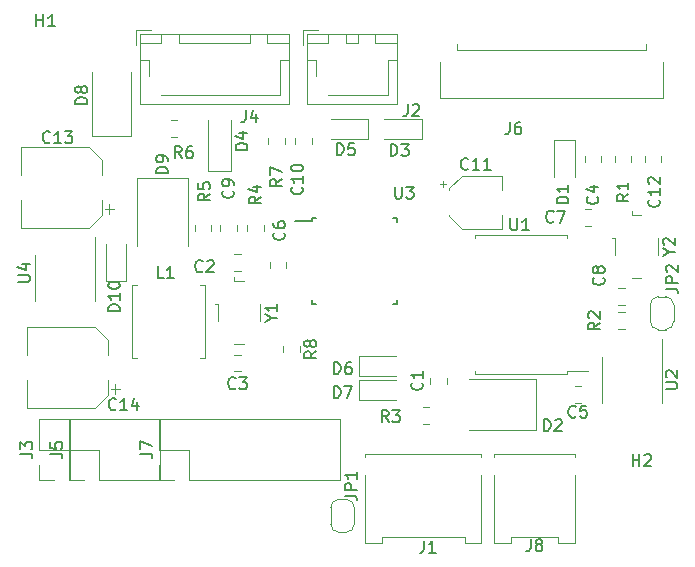
<source format=gbr>
%TF.GenerationSoftware,KiCad,Pcbnew,(5.1.6-0-10_14)*%
%TF.CreationDate,2021-05-10T19:53:14+02:00*%
%TF.ProjectId,CAN_Display,43414e5f-4469-4737-906c-61792e6b6963,rev?*%
%TF.SameCoordinates,Original*%
%TF.FileFunction,Legend,Top*%
%TF.FilePolarity,Positive*%
%FSLAX46Y46*%
G04 Gerber Fmt 4.6, Leading zero omitted, Abs format (unit mm)*
G04 Created by KiCad (PCBNEW (5.1.6-0-10_14)) date 2021-05-10 19:53:14*
%MOMM*%
%LPD*%
G01*
G04 APERTURE LIST*
%ADD10C,0.120000*%
%ADD11C,0.150000*%
G04 APERTURE END LIST*
D10*
%TO.C,J5*%
X132782000Y-115630000D02*
X132782000Y-114300000D01*
X134112000Y-115630000D02*
X132782000Y-115630000D01*
X132782000Y-113030000D02*
X132782000Y-110430000D01*
X135382000Y-113030000D02*
X132782000Y-113030000D01*
X135382000Y-115630000D02*
X135382000Y-113030000D01*
X132782000Y-110430000D02*
X140522000Y-110430000D01*
X135382000Y-115630000D02*
X140522000Y-115630000D01*
X140522000Y-115630000D02*
X140522000Y-110430000D01*
%TO.C,J2*%
X152638000Y-77514000D02*
X152638000Y-78764000D01*
X153888000Y-77514000D02*
X152638000Y-77514000D01*
X159788000Y-83014000D02*
X156738000Y-83014000D01*
X159788000Y-80064000D02*
X159788000Y-83014000D01*
X160538000Y-80064000D02*
X159788000Y-80064000D01*
X156738000Y-83014000D02*
X154748000Y-83014000D01*
X153688000Y-80064000D02*
X153688000Y-81404000D01*
X152938000Y-80064000D02*
X153688000Y-80064000D01*
X160538000Y-77814000D02*
X158738000Y-77814000D01*
X160538000Y-78564000D02*
X160538000Y-77814000D01*
X158738000Y-78564000D02*
X160538000Y-78564000D01*
X158738000Y-77814000D02*
X158738000Y-78564000D01*
X154738000Y-77814000D02*
X152938000Y-77814000D01*
X154738000Y-78564000D02*
X154738000Y-77814000D01*
X152938000Y-78564000D02*
X154738000Y-78564000D01*
X152938000Y-77814000D02*
X152938000Y-78564000D01*
X157238000Y-77814000D02*
X156238000Y-77814000D01*
X157238000Y-78564000D02*
X157238000Y-77814000D01*
X156238000Y-78564000D02*
X157238000Y-78564000D01*
X156238000Y-77814000D02*
X156238000Y-78564000D01*
X160548000Y-77804000D02*
X152928000Y-77804000D01*
X160548000Y-83774000D02*
X160548000Y-77804000D01*
X152928000Y-83774000D02*
X160548000Y-83774000D01*
X152928000Y-77804000D02*
X152928000Y-83774000D01*
%TO.C,J4*%
X138494000Y-77514000D02*
X138494000Y-78764000D01*
X139744000Y-77514000D02*
X138494000Y-77514000D01*
X150644000Y-83014000D02*
X145094000Y-83014000D01*
X150644000Y-80064000D02*
X150644000Y-83014000D01*
X151394000Y-80064000D02*
X150644000Y-80064000D01*
X145094000Y-83014000D02*
X140604000Y-83014000D01*
X139544000Y-80064000D02*
X139544000Y-81404000D01*
X138794000Y-80064000D02*
X139544000Y-80064000D01*
X151394000Y-77814000D02*
X149594000Y-77814000D01*
X151394000Y-78564000D02*
X151394000Y-77814000D01*
X149594000Y-78564000D02*
X151394000Y-78564000D01*
X149594000Y-77814000D02*
X149594000Y-78564000D01*
X140594000Y-77814000D02*
X138794000Y-77814000D01*
X140594000Y-78564000D02*
X140594000Y-77814000D01*
X138794000Y-78564000D02*
X140594000Y-78564000D01*
X138794000Y-77814000D02*
X138794000Y-78564000D01*
X148094000Y-77814000D02*
X142094000Y-77814000D01*
X148094000Y-78564000D02*
X148094000Y-77814000D01*
X142094000Y-78564000D02*
X148094000Y-78564000D01*
X142094000Y-77814000D02*
X142094000Y-78564000D01*
X151404000Y-77804000D02*
X138784000Y-77804000D01*
X151404000Y-83774000D02*
X151404000Y-77804000D01*
X138784000Y-83774000D02*
X151404000Y-83774000D01*
X138784000Y-77804000D02*
X138784000Y-83774000D01*
%TO.C,J3*%
X130242000Y-115630000D02*
X130242000Y-114300000D01*
X131572000Y-115630000D02*
X130242000Y-115630000D01*
X130242000Y-113030000D02*
X130242000Y-110430000D01*
X132842000Y-113030000D02*
X130242000Y-113030000D01*
X132842000Y-115630000D02*
X132842000Y-113030000D01*
X130242000Y-110430000D02*
X132902000Y-110430000D01*
X132842000Y-115630000D02*
X132902000Y-115630000D01*
X132902000Y-115630000D02*
X132902000Y-110430000D01*
%TO.C,J6*%
X181655000Y-78700000D02*
X181635000Y-78700000D01*
X181655000Y-79200000D02*
X181655000Y-78700000D01*
X165625000Y-79200000D02*
X181655000Y-79200000D01*
X165625000Y-78700000D02*
X165625000Y-79200000D01*
X165645000Y-78700000D02*
X165625000Y-78700000D01*
X183075000Y-83290000D02*
X183075000Y-80215000D01*
X164205000Y-83290000D02*
X183075000Y-83290000D01*
X164205000Y-80215000D02*
X164205000Y-83290000D01*
%TO.C,J7*%
X140402000Y-115630000D02*
X140402000Y-114300000D01*
X141732000Y-115630000D02*
X140402000Y-115630000D01*
X140402000Y-113030000D02*
X140402000Y-110430000D01*
X143002000Y-113030000D02*
X140402000Y-113030000D01*
X143002000Y-115630000D02*
X143002000Y-113030000D01*
X140402000Y-110430000D02*
X155762000Y-110430000D01*
X143002000Y-115630000D02*
X155762000Y-115630000D01*
X155762000Y-115630000D02*
X155762000Y-110430000D01*
%TO.C,U1*%
X174929000Y-106351000D02*
X176744000Y-106351000D01*
X174929000Y-106596000D02*
X174929000Y-106351000D01*
X171069000Y-106596000D02*
X174929000Y-106596000D01*
X167209000Y-106596000D02*
X167209000Y-106351000D01*
X171069000Y-106596000D02*
X167209000Y-106596000D01*
X174929000Y-94826000D02*
X174929000Y-95071000D01*
X171069000Y-94826000D02*
X174929000Y-94826000D01*
X167209000Y-94826000D02*
X167209000Y-95071000D01*
X171069000Y-94826000D02*
X167209000Y-94826000D01*
%TO.C,D2*%
X172342000Y-111370000D02*
X172342000Y-107070000D01*
X172342000Y-107070000D02*
X166642000Y-107070000D01*
X172342000Y-111370000D02*
X166642000Y-111370000D01*
%TO.C,D8*%
X134748000Y-86426000D02*
X138048000Y-86426000D01*
X138048000Y-86426000D02*
X138048000Y-81026000D01*
X134748000Y-86426000D02*
X134748000Y-81026000D01*
%TO.C,J8*%
X175647000Y-113664000D02*
X175647000Y-113354000D01*
X175647000Y-113354000D02*
X168777000Y-113354000D01*
X168777000Y-113354000D02*
X168777000Y-113664000D01*
X175647000Y-115184000D02*
X175647000Y-120944000D01*
X175647000Y-120944000D02*
X174227000Y-120944000D01*
X174227000Y-120944000D02*
X174227000Y-120444000D01*
X174227000Y-120444000D02*
X170197000Y-120444000D01*
X170197000Y-120444000D02*
X170197000Y-120944000D01*
X170197000Y-120944000D02*
X168777000Y-120944000D01*
X168777000Y-120944000D02*
X168777000Y-115184000D01*
%TO.C,D7*%
X157378000Y-107100000D02*
X160528000Y-107100000D01*
X157378000Y-108800000D02*
X160528000Y-108800000D01*
X157378000Y-107100000D02*
X157378000Y-108800000D01*
%TO.C,D6*%
X157378000Y-105068000D02*
X160528000Y-105068000D01*
X157378000Y-106768000D02*
X160528000Y-106768000D01*
X157378000Y-105068000D02*
X157378000Y-106768000D01*
%TO.C,D5*%
X158130000Y-86702000D02*
X154980000Y-86702000D01*
X158130000Y-85002000D02*
X154980000Y-85002000D01*
X158130000Y-86702000D02*
X158130000Y-85002000D01*
%TO.C,D3*%
X162662000Y-86702000D02*
X159512000Y-86702000D01*
X162662000Y-85002000D02*
X159512000Y-85002000D01*
X162662000Y-86702000D02*
X162662000Y-85002000D01*
%TO.C,D1*%
X175602000Y-86766000D02*
X175602000Y-89916000D01*
X173902000Y-86766000D02*
X173902000Y-89916000D01*
X175602000Y-86766000D02*
X173902000Y-86766000D01*
%TO.C,D10*%
X135929000Y-98781000D02*
X135929000Y-95631000D01*
X137629000Y-98781000D02*
X137629000Y-95631000D01*
X135929000Y-98781000D02*
X137629000Y-98781000D01*
%TO.C,Y2*%
X179041000Y-95130000D02*
X178801000Y-95130000D01*
X179041000Y-96530000D02*
X179041000Y-95130000D01*
X182641000Y-95130000D02*
X182641000Y-96530000D01*
X181241000Y-98530000D02*
X180441000Y-98530000D01*
X180441000Y-93130000D02*
X181241000Y-93130000D01*
X180441000Y-92830000D02*
X180441000Y-93130000D01*
%TO.C,Y1*%
X145386000Y-100718000D02*
X145146000Y-100718000D01*
X145386000Y-102118000D02*
X145386000Y-100718000D01*
X148986000Y-100718000D02*
X148986000Y-102118000D01*
X147586000Y-104118000D02*
X146786000Y-104118000D01*
X146786000Y-98718000D02*
X147586000Y-98718000D01*
X146786000Y-98418000D02*
X146786000Y-98718000D01*
%TO.C,JP1*%
X155656000Y-117218000D02*
X156256000Y-117218000D01*
X154956000Y-119318000D02*
X154956000Y-117918000D01*
X156256000Y-120018000D02*
X155656000Y-120018000D01*
X156956000Y-117918000D02*
X156956000Y-119318000D01*
X156256000Y-117218000D02*
G75*
G02*
X156956000Y-117918000I0J-700000D01*
G01*
X154956000Y-117918000D02*
G75*
G02*
X155656000Y-117218000I700000J0D01*
G01*
X155656000Y-120018000D02*
G75*
G02*
X154956000Y-119318000I0J700000D01*
G01*
X156956000Y-119318000D02*
G75*
G02*
X156256000Y-120018000I-700000J0D01*
G01*
%TO.C,R7*%
X149658000Y-87138252D02*
X149658000Y-86615748D01*
X151078000Y-87138252D02*
X151078000Y-86615748D01*
%TO.C,R6*%
X141984252Y-86562000D02*
X141461748Y-86562000D01*
X141984252Y-85142000D02*
X141461748Y-85142000D01*
%TO.C,D4*%
X144542000Y-85146000D02*
X144542000Y-89446000D01*
X144542000Y-89446000D02*
X146542000Y-89446000D01*
X146542000Y-89446000D02*
X146542000Y-85146000D01*
%TO.C,C11*%
X169497000Y-94335000D02*
X169497000Y-93135000D01*
X169497000Y-89815000D02*
X169497000Y-91015000D01*
X166041437Y-89815000D02*
X169497000Y-89815000D01*
X166041437Y-94335000D02*
X169497000Y-94335000D01*
X164977000Y-93270563D02*
X164977000Y-93135000D01*
X164977000Y-90879437D02*
X164977000Y-91015000D01*
X164977000Y-90879437D02*
X166041437Y-89815000D01*
X164977000Y-93270563D02*
X166041437Y-94335000D01*
X164237000Y-90515000D02*
X164737000Y-90515000D01*
X164487000Y-90265000D02*
X164487000Y-90765000D01*
%TO.C,C10*%
X151944000Y-87120252D02*
X151944000Y-86597748D01*
X153364000Y-87120252D02*
X153364000Y-86597748D01*
%TO.C,U4*%
X135021000Y-98490000D02*
X135021000Y-95040000D01*
X135021000Y-98490000D02*
X135021000Y-100440000D01*
X129901000Y-98490000D02*
X129901000Y-96540000D01*
X129901000Y-98490000D02*
X129901000Y-100440000D01*
%TO.C,L1*%
X144324000Y-99092000D02*
X143874000Y-99092000D01*
X138124000Y-99092000D02*
X138574000Y-99092000D01*
X138124000Y-105292000D02*
X138574000Y-105292000D01*
X138124000Y-105292000D02*
X138124000Y-99092000D01*
X144324000Y-105292000D02*
X143874000Y-105292000D01*
X144324000Y-99092000D02*
X144324000Y-105292000D01*
%TO.C,D9*%
X142866000Y-90058000D02*
X142866000Y-95758000D01*
X138566000Y-90058000D02*
X138566000Y-95758000D01*
X142866000Y-90058000D02*
X138566000Y-90058000D01*
%TO.C,C14*%
X136725750Y-108286250D02*
X136725750Y-107498750D01*
X137119500Y-107892500D02*
X136332000Y-107892500D01*
X136092000Y-103699437D02*
X135027563Y-102635000D01*
X136092000Y-108390563D02*
X135027563Y-109455000D01*
X136092000Y-108390563D02*
X136092000Y-107105000D01*
X136092000Y-103699437D02*
X136092000Y-104985000D01*
X135027563Y-102635000D02*
X129272000Y-102635000D01*
X135027563Y-109455000D02*
X129272000Y-109455000D01*
X129272000Y-109455000D02*
X129272000Y-107105000D01*
X129272000Y-102635000D02*
X129272000Y-104985000D01*
%TO.C,C13*%
X136217750Y-93046250D02*
X136217750Y-92258750D01*
X136611500Y-92652500D02*
X135824000Y-92652500D01*
X135584000Y-88459437D02*
X134519563Y-87395000D01*
X135584000Y-93150563D02*
X134519563Y-94215000D01*
X135584000Y-93150563D02*
X135584000Y-91865000D01*
X135584000Y-88459437D02*
X135584000Y-89745000D01*
X134519563Y-87395000D02*
X128764000Y-87395000D01*
X134519563Y-94215000D02*
X128764000Y-94215000D01*
X128764000Y-94215000D02*
X128764000Y-91865000D01*
X128764000Y-87395000D02*
X128764000Y-89745000D01*
%TO.C,C4*%
X176455000Y-88121748D02*
X176455000Y-88644252D01*
X177875000Y-88121748D02*
X177875000Y-88644252D01*
%TO.C,R5*%
X143435000Y-93963748D02*
X143435000Y-94486252D01*
X144855000Y-93963748D02*
X144855000Y-94486252D01*
%TO.C,R4*%
X147880000Y-93963748D02*
X147880000Y-94486252D01*
X149300000Y-93963748D02*
X149300000Y-94486252D01*
%TO.C,C9*%
X147014000Y-94486252D02*
X147014000Y-93963748D01*
X145594000Y-94486252D02*
X145594000Y-93963748D01*
%TO.C,U2*%
X177907000Y-107123000D02*
X177907000Y-109073000D01*
X177907000Y-107123000D02*
X177907000Y-105173000D01*
X183027000Y-107123000D02*
X183027000Y-109073000D01*
X183027000Y-107123000D02*
X183027000Y-103673000D01*
%TO.C,R3*%
X163320252Y-110819000D02*
X162797748Y-110819000D01*
X163320252Y-109399000D02*
X162797748Y-109399000D01*
%TO.C,J1*%
X157855000Y-120944000D02*
X157855000Y-115184000D01*
X159275000Y-120944000D02*
X157855000Y-120944000D01*
X159275000Y-120444000D02*
X159275000Y-120944000D01*
X166305000Y-120444000D02*
X159275000Y-120444000D01*
X166305000Y-120944000D02*
X166305000Y-120444000D01*
X167725000Y-120944000D02*
X166305000Y-120944000D01*
X167725000Y-115184000D02*
X167725000Y-120944000D01*
X157855000Y-113354000D02*
X157855000Y-113664000D01*
X167725000Y-113354000D02*
X157855000Y-113354000D01*
X167725000Y-113664000D02*
X167725000Y-113354000D01*
%TO.C,R8*%
X150928000Y-104268748D02*
X150928000Y-104791252D01*
X152348000Y-104268748D02*
X152348000Y-104791252D01*
D11*
%TO.C,U3*%
X153347000Y-93628000D02*
X151922000Y-93628000D01*
X160597000Y-93403000D02*
X160272000Y-93403000D01*
X160597000Y-100653000D02*
X160272000Y-100653000D01*
X153347000Y-100653000D02*
X153672000Y-100653000D01*
X153347000Y-93403000D02*
X153672000Y-93403000D01*
X153347000Y-100653000D02*
X153347000Y-100328000D01*
X160597000Y-100653000D02*
X160597000Y-100328000D01*
X160597000Y-93403000D02*
X160597000Y-93728000D01*
X153347000Y-93403000D02*
X153347000Y-93628000D01*
D10*
%TO.C,C5*%
X175624748Y-107621000D02*
X176147252Y-107621000D01*
X175624748Y-109041000D02*
X176147252Y-109041000D01*
%TO.C,C1*%
X163374000Y-107458252D02*
X163374000Y-106935748D01*
X164794000Y-107458252D02*
X164794000Y-106935748D01*
%TO.C,C6*%
X149785000Y-97661252D02*
X149785000Y-97138748D01*
X151205000Y-97661252D02*
X151205000Y-97138748D01*
%TO.C,C12*%
X182955000Y-88139748D02*
X182955000Y-88662252D01*
X181535000Y-88139748D02*
X181535000Y-88662252D01*
%TO.C,R2*%
X179848252Y-102818000D02*
X179325748Y-102818000D01*
X179848252Y-101398000D02*
X179325748Y-101398000D01*
%TO.C,R1*%
X180415000Y-88139748D02*
X180415000Y-88662252D01*
X178995000Y-88139748D02*
X178995000Y-88662252D01*
%TO.C,JP2*%
X182707000Y-100058000D02*
X183307000Y-100058000D01*
X182007000Y-102158000D02*
X182007000Y-100758000D01*
X183307000Y-102858000D02*
X182707000Y-102858000D01*
X184007000Y-100758000D02*
X184007000Y-102158000D01*
X183307000Y-100058000D02*
G75*
G02*
X184007000Y-100758000I0J-700000D01*
G01*
X182007000Y-100758000D02*
G75*
G02*
X182707000Y-100058000I700000J0D01*
G01*
X182707000Y-102858000D02*
G75*
G02*
X182007000Y-102158000I0J700000D01*
G01*
X184007000Y-102158000D02*
G75*
G02*
X183307000Y-102858000I-700000J0D01*
G01*
%TO.C,C8*%
X179848252Y-100786000D02*
X179325748Y-100786000D01*
X179848252Y-99366000D02*
X179325748Y-99366000D01*
%TO.C,C7*%
X177036252Y-94055000D02*
X176513748Y-94055000D01*
X177036252Y-92635000D02*
X176513748Y-92635000D01*
%TO.C,C3*%
X146813748Y-104972000D02*
X147336252Y-104972000D01*
X146813748Y-106392000D02*
X147336252Y-106392000D01*
%TO.C,C2*%
X147336252Y-97865000D02*
X146813748Y-97865000D01*
X147336252Y-96445000D02*
X146813748Y-96445000D01*
%TO.C,J5*%
D11*
X131234380Y-113363333D02*
X131948666Y-113363333D01*
X132091523Y-113410952D01*
X132186761Y-113506190D01*
X132234380Y-113649047D01*
X132234380Y-113744285D01*
X131234380Y-112410952D02*
X131234380Y-112887142D01*
X131710571Y-112934761D01*
X131662952Y-112887142D01*
X131615333Y-112791904D01*
X131615333Y-112553809D01*
X131662952Y-112458571D01*
X131710571Y-112410952D01*
X131805809Y-112363333D01*
X132043904Y-112363333D01*
X132139142Y-112410952D01*
X132186761Y-112458571D01*
X132234380Y-112553809D01*
X132234380Y-112791904D01*
X132186761Y-112887142D01*
X132139142Y-112934761D01*
%TO.C,J2*%
X161464666Y-83780380D02*
X161464666Y-84494666D01*
X161417047Y-84637523D01*
X161321809Y-84732761D01*
X161178952Y-84780380D01*
X161083714Y-84780380D01*
X161893238Y-83875619D02*
X161940857Y-83828000D01*
X162036095Y-83780380D01*
X162274190Y-83780380D01*
X162369428Y-83828000D01*
X162417047Y-83875619D01*
X162464666Y-83970857D01*
X162464666Y-84066095D01*
X162417047Y-84208952D01*
X161845619Y-84780380D01*
X162464666Y-84780380D01*
%TO.C,J4*%
X147748666Y-84288380D02*
X147748666Y-85002666D01*
X147701047Y-85145523D01*
X147605809Y-85240761D01*
X147462952Y-85288380D01*
X147367714Y-85288380D01*
X148653428Y-84621714D02*
X148653428Y-85288380D01*
X148415333Y-84240761D02*
X148177238Y-84955047D01*
X148796285Y-84955047D01*
%TO.C,J3*%
X128694380Y-113363333D02*
X129408666Y-113363333D01*
X129551523Y-113410952D01*
X129646761Y-113506190D01*
X129694380Y-113649047D01*
X129694380Y-113744285D01*
X128694380Y-112982380D02*
X128694380Y-112363333D01*
X129075333Y-112696666D01*
X129075333Y-112553809D01*
X129122952Y-112458571D01*
X129170571Y-112410952D01*
X129265809Y-112363333D01*
X129503904Y-112363333D01*
X129599142Y-112410952D01*
X129646761Y-112458571D01*
X129694380Y-112553809D01*
X129694380Y-112839523D01*
X129646761Y-112934761D01*
X129599142Y-112982380D01*
%TO.C,J6*%
X170100666Y-85304380D02*
X170100666Y-86018666D01*
X170053047Y-86161523D01*
X169957809Y-86256761D01*
X169814952Y-86304380D01*
X169719714Y-86304380D01*
X171005428Y-85304380D02*
X170814952Y-85304380D01*
X170719714Y-85352000D01*
X170672095Y-85399619D01*
X170576857Y-85542476D01*
X170529238Y-85732952D01*
X170529238Y-86113904D01*
X170576857Y-86209142D01*
X170624476Y-86256761D01*
X170719714Y-86304380D01*
X170910190Y-86304380D01*
X171005428Y-86256761D01*
X171053047Y-86209142D01*
X171100666Y-86113904D01*
X171100666Y-85875809D01*
X171053047Y-85780571D01*
X171005428Y-85732952D01*
X170910190Y-85685333D01*
X170719714Y-85685333D01*
X170624476Y-85732952D01*
X170576857Y-85780571D01*
X170529238Y-85875809D01*
%TO.C,J7*%
X138854380Y-113363333D02*
X139568666Y-113363333D01*
X139711523Y-113410952D01*
X139806761Y-113506190D01*
X139854380Y-113649047D01*
X139854380Y-113744285D01*
X138854380Y-112982380D02*
X138854380Y-112315714D01*
X139854380Y-112744285D01*
%TO.C,U1*%
X170180095Y-93432380D02*
X170180095Y-94241904D01*
X170227714Y-94337142D01*
X170275333Y-94384761D01*
X170370571Y-94432380D01*
X170561047Y-94432380D01*
X170656285Y-94384761D01*
X170703904Y-94337142D01*
X170751523Y-94241904D01*
X170751523Y-93432380D01*
X171751523Y-94432380D02*
X171180095Y-94432380D01*
X171465809Y-94432380D02*
X171465809Y-93432380D01*
X171370571Y-93575238D01*
X171275333Y-93670476D01*
X171180095Y-93718095D01*
%TO.C,D2*%
X172997904Y-111450380D02*
X172997904Y-110450380D01*
X173236000Y-110450380D01*
X173378857Y-110498000D01*
X173474095Y-110593238D01*
X173521714Y-110688476D01*
X173569333Y-110878952D01*
X173569333Y-111021809D01*
X173521714Y-111212285D01*
X173474095Y-111307523D01*
X173378857Y-111402761D01*
X173236000Y-111450380D01*
X172997904Y-111450380D01*
X173950285Y-110545619D02*
X173997904Y-110498000D01*
X174093142Y-110450380D01*
X174331238Y-110450380D01*
X174426476Y-110498000D01*
X174474095Y-110545619D01*
X174521714Y-110640857D01*
X174521714Y-110736095D01*
X174474095Y-110878952D01*
X173902666Y-111450380D01*
X174521714Y-111450380D01*
%TO.C,D8*%
X134350380Y-83764095D02*
X133350380Y-83764095D01*
X133350380Y-83526000D01*
X133398000Y-83383142D01*
X133493238Y-83287904D01*
X133588476Y-83240285D01*
X133778952Y-83192666D01*
X133921809Y-83192666D01*
X134112285Y-83240285D01*
X134207523Y-83287904D01*
X134302761Y-83383142D01*
X134350380Y-83526000D01*
X134350380Y-83764095D01*
X133778952Y-82621238D02*
X133731333Y-82716476D01*
X133683714Y-82764095D01*
X133588476Y-82811714D01*
X133540857Y-82811714D01*
X133445619Y-82764095D01*
X133398000Y-82716476D01*
X133350380Y-82621238D01*
X133350380Y-82430761D01*
X133398000Y-82335523D01*
X133445619Y-82287904D01*
X133540857Y-82240285D01*
X133588476Y-82240285D01*
X133683714Y-82287904D01*
X133731333Y-82335523D01*
X133778952Y-82430761D01*
X133778952Y-82621238D01*
X133826571Y-82716476D01*
X133874190Y-82764095D01*
X133969428Y-82811714D01*
X134159904Y-82811714D01*
X134255142Y-82764095D01*
X134302761Y-82716476D01*
X134350380Y-82621238D01*
X134350380Y-82430761D01*
X134302761Y-82335523D01*
X134255142Y-82287904D01*
X134159904Y-82240285D01*
X133969428Y-82240285D01*
X133874190Y-82287904D01*
X133826571Y-82335523D01*
X133778952Y-82430761D01*
%TO.C,J8*%
X171878666Y-120610380D02*
X171878666Y-121324666D01*
X171831047Y-121467523D01*
X171735809Y-121562761D01*
X171592952Y-121610380D01*
X171497714Y-121610380D01*
X172497714Y-121038952D02*
X172402476Y-120991333D01*
X172354857Y-120943714D01*
X172307238Y-120848476D01*
X172307238Y-120800857D01*
X172354857Y-120705619D01*
X172402476Y-120658000D01*
X172497714Y-120610380D01*
X172688190Y-120610380D01*
X172783428Y-120658000D01*
X172831047Y-120705619D01*
X172878666Y-120800857D01*
X172878666Y-120848476D01*
X172831047Y-120943714D01*
X172783428Y-120991333D01*
X172688190Y-121038952D01*
X172497714Y-121038952D01*
X172402476Y-121086571D01*
X172354857Y-121134190D01*
X172307238Y-121229428D01*
X172307238Y-121419904D01*
X172354857Y-121515142D01*
X172402476Y-121562761D01*
X172497714Y-121610380D01*
X172688190Y-121610380D01*
X172783428Y-121562761D01*
X172831047Y-121515142D01*
X172878666Y-121419904D01*
X172878666Y-121229428D01*
X172831047Y-121134190D01*
X172783428Y-121086571D01*
X172688190Y-121038952D01*
%TO.C,D7*%
X155217904Y-108656380D02*
X155217904Y-107656380D01*
X155456000Y-107656380D01*
X155598857Y-107704000D01*
X155694095Y-107799238D01*
X155741714Y-107894476D01*
X155789333Y-108084952D01*
X155789333Y-108227809D01*
X155741714Y-108418285D01*
X155694095Y-108513523D01*
X155598857Y-108608761D01*
X155456000Y-108656380D01*
X155217904Y-108656380D01*
X156122666Y-107656380D02*
X156789333Y-107656380D01*
X156360761Y-108656380D01*
%TO.C,D6*%
X155217904Y-106624380D02*
X155217904Y-105624380D01*
X155456000Y-105624380D01*
X155598857Y-105672000D01*
X155694095Y-105767238D01*
X155741714Y-105862476D01*
X155789333Y-106052952D01*
X155789333Y-106195809D01*
X155741714Y-106386285D01*
X155694095Y-106481523D01*
X155598857Y-106576761D01*
X155456000Y-106624380D01*
X155217904Y-106624380D01*
X156646476Y-105624380D02*
X156456000Y-105624380D01*
X156360761Y-105672000D01*
X156313142Y-105719619D01*
X156217904Y-105862476D01*
X156170285Y-106052952D01*
X156170285Y-106433904D01*
X156217904Y-106529142D01*
X156265523Y-106576761D01*
X156360761Y-106624380D01*
X156551238Y-106624380D01*
X156646476Y-106576761D01*
X156694095Y-106529142D01*
X156741714Y-106433904D01*
X156741714Y-106195809D01*
X156694095Y-106100571D01*
X156646476Y-106052952D01*
X156551238Y-106005333D01*
X156360761Y-106005333D01*
X156265523Y-106052952D01*
X156217904Y-106100571D01*
X156170285Y-106195809D01*
%TO.C,D5*%
X155471904Y-88082380D02*
X155471904Y-87082380D01*
X155710000Y-87082380D01*
X155852857Y-87130000D01*
X155948095Y-87225238D01*
X155995714Y-87320476D01*
X156043333Y-87510952D01*
X156043333Y-87653809D01*
X155995714Y-87844285D01*
X155948095Y-87939523D01*
X155852857Y-88034761D01*
X155710000Y-88082380D01*
X155471904Y-88082380D01*
X156948095Y-87082380D02*
X156471904Y-87082380D01*
X156424285Y-87558571D01*
X156471904Y-87510952D01*
X156567142Y-87463333D01*
X156805238Y-87463333D01*
X156900476Y-87510952D01*
X156948095Y-87558571D01*
X156995714Y-87653809D01*
X156995714Y-87891904D01*
X156948095Y-87987142D01*
X156900476Y-88034761D01*
X156805238Y-88082380D01*
X156567142Y-88082380D01*
X156471904Y-88034761D01*
X156424285Y-87987142D01*
%TO.C,D3*%
X160023904Y-88154380D02*
X160023904Y-87154380D01*
X160262000Y-87154380D01*
X160404857Y-87202000D01*
X160500095Y-87297238D01*
X160547714Y-87392476D01*
X160595333Y-87582952D01*
X160595333Y-87725809D01*
X160547714Y-87916285D01*
X160500095Y-88011523D01*
X160404857Y-88106761D01*
X160262000Y-88154380D01*
X160023904Y-88154380D01*
X160928666Y-87154380D02*
X161547714Y-87154380D01*
X161214380Y-87535333D01*
X161357238Y-87535333D01*
X161452476Y-87582952D01*
X161500095Y-87630571D01*
X161547714Y-87725809D01*
X161547714Y-87963904D01*
X161500095Y-88059142D01*
X161452476Y-88106761D01*
X161357238Y-88154380D01*
X161071523Y-88154380D01*
X160976285Y-88106761D01*
X160928666Y-88059142D01*
%TO.C,D1*%
X175077380Y-92178095D02*
X174077380Y-92178095D01*
X174077380Y-91940000D01*
X174125000Y-91797142D01*
X174220238Y-91701904D01*
X174315476Y-91654285D01*
X174505952Y-91606666D01*
X174648809Y-91606666D01*
X174839285Y-91654285D01*
X174934523Y-91701904D01*
X175029761Y-91797142D01*
X175077380Y-91940000D01*
X175077380Y-92178095D01*
X175077380Y-90654285D02*
X175077380Y-91225714D01*
X175077380Y-90940000D02*
X174077380Y-90940000D01*
X174220238Y-91035238D01*
X174315476Y-91130476D01*
X174363095Y-91225714D01*
%TO.C,D10*%
X137104380Y-101290285D02*
X136104380Y-101290285D01*
X136104380Y-101052190D01*
X136152000Y-100909333D01*
X136247238Y-100814095D01*
X136342476Y-100766476D01*
X136532952Y-100718857D01*
X136675809Y-100718857D01*
X136866285Y-100766476D01*
X136961523Y-100814095D01*
X137056761Y-100909333D01*
X137104380Y-101052190D01*
X137104380Y-101290285D01*
X137104380Y-99766476D02*
X137104380Y-100337904D01*
X137104380Y-100052190D02*
X136104380Y-100052190D01*
X136247238Y-100147428D01*
X136342476Y-100242666D01*
X136390095Y-100337904D01*
X136104380Y-99147428D02*
X136104380Y-99052190D01*
X136152000Y-98956952D01*
X136199619Y-98909333D01*
X136294857Y-98861714D01*
X136485333Y-98814095D01*
X136723428Y-98814095D01*
X136913904Y-98861714D01*
X137009142Y-98909333D01*
X137056761Y-98956952D01*
X137104380Y-99052190D01*
X137104380Y-99147428D01*
X137056761Y-99242666D01*
X137009142Y-99290285D01*
X136913904Y-99337904D01*
X136723428Y-99385523D01*
X136485333Y-99385523D01*
X136294857Y-99337904D01*
X136199619Y-99290285D01*
X136152000Y-99242666D01*
X136104380Y-99147428D01*
%TO.C,Y2*%
X183617190Y-96306190D02*
X184093380Y-96306190D01*
X183093380Y-96639523D02*
X183617190Y-96306190D01*
X183093380Y-95972857D01*
X183188619Y-95687142D02*
X183141000Y-95639523D01*
X183093380Y-95544285D01*
X183093380Y-95306190D01*
X183141000Y-95210952D01*
X183188619Y-95163333D01*
X183283857Y-95115714D01*
X183379095Y-95115714D01*
X183521952Y-95163333D01*
X184093380Y-95734761D01*
X184093380Y-95115714D01*
%TO.C,Y1*%
X149962190Y-101894190D02*
X150438380Y-101894190D01*
X149438380Y-102227523D02*
X149962190Y-101894190D01*
X149438380Y-101560857D01*
X150438380Y-100703714D02*
X150438380Y-101275142D01*
X150438380Y-100989428D02*
X149438380Y-100989428D01*
X149581238Y-101084666D01*
X149676476Y-101179904D01*
X149724095Y-101275142D01*
%TO.C,JP1*%
X156170380Y-116911333D02*
X156884666Y-116911333D01*
X157027523Y-116958952D01*
X157122761Y-117054190D01*
X157170380Y-117197047D01*
X157170380Y-117292285D01*
X157170380Y-116435142D02*
X156170380Y-116435142D01*
X156170380Y-116054190D01*
X156218000Y-115958952D01*
X156265619Y-115911333D01*
X156360857Y-115863714D01*
X156503714Y-115863714D01*
X156598952Y-115911333D01*
X156646571Y-115958952D01*
X156694190Y-116054190D01*
X156694190Y-116435142D01*
X157170380Y-114911333D02*
X157170380Y-115482761D01*
X157170380Y-115197047D02*
X156170380Y-115197047D01*
X156313238Y-115292285D01*
X156408476Y-115387523D01*
X156456095Y-115482761D01*
%TO.C,R7*%
X150820380Y-90100666D02*
X150344190Y-90434000D01*
X150820380Y-90672095D02*
X149820380Y-90672095D01*
X149820380Y-90291142D01*
X149868000Y-90195904D01*
X149915619Y-90148285D01*
X150010857Y-90100666D01*
X150153714Y-90100666D01*
X150248952Y-90148285D01*
X150296571Y-90195904D01*
X150344190Y-90291142D01*
X150344190Y-90672095D01*
X149820380Y-89767333D02*
X149820380Y-89100666D01*
X150820380Y-89529238D01*
%TO.C,R6*%
X142327333Y-88336380D02*
X141994000Y-87860190D01*
X141755904Y-88336380D02*
X141755904Y-87336380D01*
X142136857Y-87336380D01*
X142232095Y-87384000D01*
X142279714Y-87431619D01*
X142327333Y-87526857D01*
X142327333Y-87669714D01*
X142279714Y-87764952D01*
X142232095Y-87812571D01*
X142136857Y-87860190D01*
X141755904Y-87860190D01*
X143184476Y-87336380D02*
X142994000Y-87336380D01*
X142898761Y-87384000D01*
X142851142Y-87431619D01*
X142755904Y-87574476D01*
X142708285Y-87764952D01*
X142708285Y-88145904D01*
X142755904Y-88241142D01*
X142803523Y-88288761D01*
X142898761Y-88336380D01*
X143089238Y-88336380D01*
X143184476Y-88288761D01*
X143232095Y-88241142D01*
X143279714Y-88145904D01*
X143279714Y-87907809D01*
X143232095Y-87812571D01*
X143184476Y-87764952D01*
X143089238Y-87717333D01*
X142898761Y-87717333D01*
X142803523Y-87764952D01*
X142755904Y-87812571D01*
X142708285Y-87907809D01*
%TO.C,D4*%
X147899380Y-87634095D02*
X146899380Y-87634095D01*
X146899380Y-87396000D01*
X146947000Y-87253142D01*
X147042238Y-87157904D01*
X147137476Y-87110285D01*
X147327952Y-87062666D01*
X147470809Y-87062666D01*
X147661285Y-87110285D01*
X147756523Y-87157904D01*
X147851761Y-87253142D01*
X147899380Y-87396000D01*
X147899380Y-87634095D01*
X147232714Y-86205523D02*
X147899380Y-86205523D01*
X146851761Y-86443619D02*
X147566047Y-86681714D01*
X147566047Y-86062666D01*
%TO.C,C11*%
X166594142Y-89232142D02*
X166546523Y-89279761D01*
X166403666Y-89327380D01*
X166308428Y-89327380D01*
X166165571Y-89279761D01*
X166070333Y-89184523D01*
X166022714Y-89089285D01*
X165975095Y-88898809D01*
X165975095Y-88755952D01*
X166022714Y-88565476D01*
X166070333Y-88470238D01*
X166165571Y-88375000D01*
X166308428Y-88327380D01*
X166403666Y-88327380D01*
X166546523Y-88375000D01*
X166594142Y-88422619D01*
X167546523Y-89327380D02*
X166975095Y-89327380D01*
X167260809Y-89327380D02*
X167260809Y-88327380D01*
X167165571Y-88470238D01*
X167070333Y-88565476D01*
X166975095Y-88613095D01*
X168498904Y-89327380D02*
X167927476Y-89327380D01*
X168213190Y-89327380D02*
X168213190Y-88327380D01*
X168117952Y-88470238D01*
X168022714Y-88565476D01*
X167927476Y-88613095D01*
%TO.C,C10*%
X152503142Y-90794857D02*
X152550761Y-90842476D01*
X152598380Y-90985333D01*
X152598380Y-91080571D01*
X152550761Y-91223428D01*
X152455523Y-91318666D01*
X152360285Y-91366285D01*
X152169809Y-91413904D01*
X152026952Y-91413904D01*
X151836476Y-91366285D01*
X151741238Y-91318666D01*
X151646000Y-91223428D01*
X151598380Y-91080571D01*
X151598380Y-90985333D01*
X151646000Y-90842476D01*
X151693619Y-90794857D01*
X152598380Y-89842476D02*
X152598380Y-90413904D01*
X152598380Y-90128190D02*
X151598380Y-90128190D01*
X151741238Y-90223428D01*
X151836476Y-90318666D01*
X151884095Y-90413904D01*
X151598380Y-89223428D02*
X151598380Y-89128190D01*
X151646000Y-89032952D01*
X151693619Y-88985333D01*
X151788857Y-88937714D01*
X151979333Y-88890095D01*
X152217428Y-88890095D01*
X152407904Y-88937714D01*
X152503142Y-88985333D01*
X152550761Y-89032952D01*
X152598380Y-89128190D01*
X152598380Y-89223428D01*
X152550761Y-89318666D01*
X152503142Y-89366285D01*
X152407904Y-89413904D01*
X152217428Y-89461523D01*
X151979333Y-89461523D01*
X151788857Y-89413904D01*
X151693619Y-89366285D01*
X151646000Y-89318666D01*
X151598380Y-89223428D01*
%TO.C,U4*%
X128484380Y-98805904D02*
X129293904Y-98805904D01*
X129389142Y-98758285D01*
X129436761Y-98710666D01*
X129484380Y-98615428D01*
X129484380Y-98424952D01*
X129436761Y-98329714D01*
X129389142Y-98282095D01*
X129293904Y-98234476D01*
X128484380Y-98234476D01*
X128817714Y-97329714D02*
X129484380Y-97329714D01*
X128436761Y-97567809D02*
X129151047Y-97805904D01*
X129151047Y-97186857D01*
%TO.C,L1*%
X140803333Y-98496380D02*
X140327142Y-98496380D01*
X140327142Y-97496380D01*
X141660476Y-98496380D02*
X141089047Y-98496380D01*
X141374761Y-98496380D02*
X141374761Y-97496380D01*
X141279523Y-97639238D01*
X141184285Y-97734476D01*
X141089047Y-97782095D01*
%TO.C,D9*%
X141168380Y-89638095D02*
X140168380Y-89638095D01*
X140168380Y-89400000D01*
X140216000Y-89257142D01*
X140311238Y-89161904D01*
X140406476Y-89114285D01*
X140596952Y-89066666D01*
X140739809Y-89066666D01*
X140930285Y-89114285D01*
X141025523Y-89161904D01*
X141120761Y-89257142D01*
X141168380Y-89400000D01*
X141168380Y-89638095D01*
X141168380Y-88590476D02*
X141168380Y-88400000D01*
X141120761Y-88304761D01*
X141073142Y-88257142D01*
X140930285Y-88161904D01*
X140739809Y-88114285D01*
X140358857Y-88114285D01*
X140263619Y-88161904D01*
X140216000Y-88209523D01*
X140168380Y-88304761D01*
X140168380Y-88495238D01*
X140216000Y-88590476D01*
X140263619Y-88638095D01*
X140358857Y-88685714D01*
X140596952Y-88685714D01*
X140692190Y-88638095D01*
X140739809Y-88590476D01*
X140787428Y-88495238D01*
X140787428Y-88304761D01*
X140739809Y-88209523D01*
X140692190Y-88161904D01*
X140596952Y-88114285D01*
%TO.C,C14*%
X136771142Y-109577142D02*
X136723523Y-109624761D01*
X136580666Y-109672380D01*
X136485428Y-109672380D01*
X136342571Y-109624761D01*
X136247333Y-109529523D01*
X136199714Y-109434285D01*
X136152095Y-109243809D01*
X136152095Y-109100952D01*
X136199714Y-108910476D01*
X136247333Y-108815238D01*
X136342571Y-108720000D01*
X136485428Y-108672380D01*
X136580666Y-108672380D01*
X136723523Y-108720000D01*
X136771142Y-108767619D01*
X137723523Y-109672380D02*
X137152095Y-109672380D01*
X137437809Y-109672380D02*
X137437809Y-108672380D01*
X137342571Y-108815238D01*
X137247333Y-108910476D01*
X137152095Y-108958095D01*
X138580666Y-109005714D02*
X138580666Y-109672380D01*
X138342571Y-108624761D02*
X138104476Y-109339047D01*
X138723523Y-109339047D01*
%TO.C,C13*%
X131183142Y-86971142D02*
X131135523Y-87018761D01*
X130992666Y-87066380D01*
X130897428Y-87066380D01*
X130754571Y-87018761D01*
X130659333Y-86923523D01*
X130611714Y-86828285D01*
X130564095Y-86637809D01*
X130564095Y-86494952D01*
X130611714Y-86304476D01*
X130659333Y-86209238D01*
X130754571Y-86114000D01*
X130897428Y-86066380D01*
X130992666Y-86066380D01*
X131135523Y-86114000D01*
X131183142Y-86161619D01*
X132135523Y-87066380D02*
X131564095Y-87066380D01*
X131849809Y-87066380D02*
X131849809Y-86066380D01*
X131754571Y-86209238D01*
X131659333Y-86304476D01*
X131564095Y-86352095D01*
X132468857Y-86066380D02*
X133087904Y-86066380D01*
X132754571Y-86447333D01*
X132897428Y-86447333D01*
X132992666Y-86494952D01*
X133040285Y-86542571D01*
X133087904Y-86637809D01*
X133087904Y-86875904D01*
X133040285Y-86971142D01*
X132992666Y-87018761D01*
X132897428Y-87066380D01*
X132611714Y-87066380D01*
X132516476Y-87018761D01*
X132468857Y-86971142D01*
%TO.C,C4*%
X177522142Y-91606666D02*
X177569761Y-91654285D01*
X177617380Y-91797142D01*
X177617380Y-91892380D01*
X177569761Y-92035238D01*
X177474523Y-92130476D01*
X177379285Y-92178095D01*
X177188809Y-92225714D01*
X177045952Y-92225714D01*
X176855476Y-92178095D01*
X176760238Y-92130476D01*
X176665000Y-92035238D01*
X176617380Y-91892380D01*
X176617380Y-91797142D01*
X176665000Y-91654285D01*
X176712619Y-91606666D01*
X176950714Y-90749523D02*
X177617380Y-90749523D01*
X176569761Y-90987619D02*
X177284047Y-91225714D01*
X177284047Y-90606666D01*
%TO.C,R5*%
X144724380Y-91352666D02*
X144248190Y-91686000D01*
X144724380Y-91924095D02*
X143724380Y-91924095D01*
X143724380Y-91543142D01*
X143772000Y-91447904D01*
X143819619Y-91400285D01*
X143914857Y-91352666D01*
X144057714Y-91352666D01*
X144152952Y-91400285D01*
X144200571Y-91447904D01*
X144248190Y-91543142D01*
X144248190Y-91924095D01*
X143724380Y-90447904D02*
X143724380Y-90924095D01*
X144200571Y-90971714D01*
X144152952Y-90924095D01*
X144105333Y-90828857D01*
X144105333Y-90590761D01*
X144152952Y-90495523D01*
X144200571Y-90447904D01*
X144295809Y-90400285D01*
X144533904Y-90400285D01*
X144629142Y-90447904D01*
X144676761Y-90495523D01*
X144724380Y-90590761D01*
X144724380Y-90828857D01*
X144676761Y-90924095D01*
X144629142Y-90971714D01*
%TO.C,R4*%
X149042380Y-91606666D02*
X148566190Y-91940000D01*
X149042380Y-92178095D02*
X148042380Y-92178095D01*
X148042380Y-91797142D01*
X148090000Y-91701904D01*
X148137619Y-91654285D01*
X148232857Y-91606666D01*
X148375714Y-91606666D01*
X148470952Y-91654285D01*
X148518571Y-91701904D01*
X148566190Y-91797142D01*
X148566190Y-92178095D01*
X148375714Y-90749523D02*
X149042380Y-90749523D01*
X147994761Y-90987619D02*
X148709047Y-91225714D01*
X148709047Y-90606666D01*
%TO.C,C9*%
X146661142Y-91098666D02*
X146708761Y-91146285D01*
X146756380Y-91289142D01*
X146756380Y-91384380D01*
X146708761Y-91527238D01*
X146613523Y-91622476D01*
X146518285Y-91670095D01*
X146327809Y-91717714D01*
X146184952Y-91717714D01*
X145994476Y-91670095D01*
X145899238Y-91622476D01*
X145804000Y-91527238D01*
X145756380Y-91384380D01*
X145756380Y-91289142D01*
X145804000Y-91146285D01*
X145851619Y-91098666D01*
X146756380Y-90622476D02*
X146756380Y-90432000D01*
X146708761Y-90336761D01*
X146661142Y-90289142D01*
X146518285Y-90193904D01*
X146327809Y-90146285D01*
X145946857Y-90146285D01*
X145851619Y-90193904D01*
X145804000Y-90241523D01*
X145756380Y-90336761D01*
X145756380Y-90527238D01*
X145804000Y-90622476D01*
X145851619Y-90670095D01*
X145946857Y-90717714D01*
X146184952Y-90717714D01*
X146280190Y-90670095D01*
X146327809Y-90622476D01*
X146375428Y-90527238D01*
X146375428Y-90336761D01*
X146327809Y-90241523D01*
X146280190Y-90193904D01*
X146184952Y-90146285D01*
%TO.C,H2*%
X180513151Y-114408436D02*
X180513151Y-113408436D01*
X180513151Y-113884627D02*
X181084579Y-113884627D01*
X181084579Y-114408436D02*
X181084579Y-113408436D01*
X181513151Y-113503675D02*
X181560770Y-113456056D01*
X181656008Y-113408436D01*
X181894103Y-113408436D01*
X181989341Y-113456056D01*
X182036960Y-113503675D01*
X182084579Y-113598913D01*
X182084579Y-113694151D01*
X182036960Y-113837008D01*
X181465532Y-114408436D01*
X182084579Y-114408436D01*
%TO.C,H1*%
X130048095Y-77151380D02*
X130048095Y-76151380D01*
X130048095Y-76627571D02*
X130619523Y-76627571D01*
X130619523Y-77151380D02*
X130619523Y-76151380D01*
X131619523Y-77151380D02*
X131048095Y-77151380D01*
X131333809Y-77151380D02*
X131333809Y-76151380D01*
X131238571Y-76294238D01*
X131143333Y-76389476D01*
X131048095Y-76437095D01*
%TO.C,U2*%
X183319380Y-107884904D02*
X184128904Y-107884904D01*
X184224142Y-107837285D01*
X184271761Y-107789666D01*
X184319380Y-107694428D01*
X184319380Y-107503952D01*
X184271761Y-107408714D01*
X184224142Y-107361095D01*
X184128904Y-107313476D01*
X183319380Y-107313476D01*
X183414619Y-106884904D02*
X183367000Y-106837285D01*
X183319380Y-106742047D01*
X183319380Y-106503952D01*
X183367000Y-106408714D01*
X183414619Y-106361095D01*
X183509857Y-106313476D01*
X183605095Y-106313476D01*
X183747952Y-106361095D01*
X184319380Y-106932523D01*
X184319380Y-106313476D01*
%TO.C,R3*%
X159853333Y-110688380D02*
X159520000Y-110212190D01*
X159281904Y-110688380D02*
X159281904Y-109688380D01*
X159662857Y-109688380D01*
X159758095Y-109736000D01*
X159805714Y-109783619D01*
X159853333Y-109878857D01*
X159853333Y-110021714D01*
X159805714Y-110116952D01*
X159758095Y-110164571D01*
X159662857Y-110212190D01*
X159281904Y-110212190D01*
X160186666Y-109688380D02*
X160805714Y-109688380D01*
X160472380Y-110069333D01*
X160615238Y-110069333D01*
X160710476Y-110116952D01*
X160758095Y-110164571D01*
X160805714Y-110259809D01*
X160805714Y-110497904D01*
X160758095Y-110593142D01*
X160710476Y-110640761D01*
X160615238Y-110688380D01*
X160329523Y-110688380D01*
X160234285Y-110640761D01*
X160186666Y-110593142D01*
%TO.C,J1*%
X162861666Y-120737380D02*
X162861666Y-121451666D01*
X162814047Y-121594523D01*
X162718809Y-121689761D01*
X162575952Y-121737380D01*
X162480714Y-121737380D01*
X163861666Y-121737380D02*
X163290238Y-121737380D01*
X163575952Y-121737380D02*
X163575952Y-120737380D01*
X163480714Y-120880238D01*
X163385476Y-120975476D01*
X163290238Y-121023095D01*
%TO.C,R8*%
X153740380Y-104696666D02*
X153264190Y-105030000D01*
X153740380Y-105268095D02*
X152740380Y-105268095D01*
X152740380Y-104887142D01*
X152788000Y-104791904D01*
X152835619Y-104744285D01*
X152930857Y-104696666D01*
X153073714Y-104696666D01*
X153168952Y-104744285D01*
X153216571Y-104791904D01*
X153264190Y-104887142D01*
X153264190Y-105268095D01*
X153168952Y-104125238D02*
X153121333Y-104220476D01*
X153073714Y-104268095D01*
X152978476Y-104315714D01*
X152930857Y-104315714D01*
X152835619Y-104268095D01*
X152788000Y-104220476D01*
X152740380Y-104125238D01*
X152740380Y-103934761D01*
X152788000Y-103839523D01*
X152835619Y-103791904D01*
X152930857Y-103744285D01*
X152978476Y-103744285D01*
X153073714Y-103791904D01*
X153121333Y-103839523D01*
X153168952Y-103934761D01*
X153168952Y-104125238D01*
X153216571Y-104220476D01*
X153264190Y-104268095D01*
X153359428Y-104315714D01*
X153549904Y-104315714D01*
X153645142Y-104268095D01*
X153692761Y-104220476D01*
X153740380Y-104125238D01*
X153740380Y-103934761D01*
X153692761Y-103839523D01*
X153645142Y-103791904D01*
X153549904Y-103744285D01*
X153359428Y-103744285D01*
X153264190Y-103791904D01*
X153216571Y-103839523D01*
X153168952Y-103934761D01*
%TO.C,U3*%
X160401095Y-90765380D02*
X160401095Y-91574904D01*
X160448714Y-91670142D01*
X160496333Y-91717761D01*
X160591571Y-91765380D01*
X160782047Y-91765380D01*
X160877285Y-91717761D01*
X160924904Y-91670142D01*
X160972523Y-91574904D01*
X160972523Y-90765380D01*
X161353476Y-90765380D02*
X161972523Y-90765380D01*
X161639190Y-91146333D01*
X161782047Y-91146333D01*
X161877285Y-91193952D01*
X161924904Y-91241571D01*
X161972523Y-91336809D01*
X161972523Y-91574904D01*
X161924904Y-91670142D01*
X161877285Y-91717761D01*
X161782047Y-91765380D01*
X161496333Y-91765380D01*
X161401095Y-91717761D01*
X161353476Y-91670142D01*
%TO.C,C5*%
X175710333Y-110212142D02*
X175662714Y-110259761D01*
X175519857Y-110307380D01*
X175424619Y-110307380D01*
X175281761Y-110259761D01*
X175186523Y-110164523D01*
X175138904Y-110069285D01*
X175091285Y-109878809D01*
X175091285Y-109735952D01*
X175138904Y-109545476D01*
X175186523Y-109450238D01*
X175281761Y-109355000D01*
X175424619Y-109307380D01*
X175519857Y-109307380D01*
X175662714Y-109355000D01*
X175710333Y-109402619D01*
X176615095Y-109307380D02*
X176138904Y-109307380D01*
X176091285Y-109783571D01*
X176138904Y-109735952D01*
X176234142Y-109688333D01*
X176472238Y-109688333D01*
X176567476Y-109735952D01*
X176615095Y-109783571D01*
X176662714Y-109878809D01*
X176662714Y-110116904D01*
X176615095Y-110212142D01*
X176567476Y-110259761D01*
X176472238Y-110307380D01*
X176234142Y-110307380D01*
X176138904Y-110259761D01*
X176091285Y-110212142D01*
%TO.C,C1*%
X162663142Y-107354666D02*
X162710761Y-107402285D01*
X162758380Y-107545142D01*
X162758380Y-107640380D01*
X162710761Y-107783238D01*
X162615523Y-107878476D01*
X162520285Y-107926095D01*
X162329809Y-107973714D01*
X162186952Y-107973714D01*
X161996476Y-107926095D01*
X161901238Y-107878476D01*
X161806000Y-107783238D01*
X161758380Y-107640380D01*
X161758380Y-107545142D01*
X161806000Y-107402285D01*
X161853619Y-107354666D01*
X162758380Y-106402285D02*
X162758380Y-106973714D01*
X162758380Y-106688000D02*
X161758380Y-106688000D01*
X161901238Y-106783238D01*
X161996476Y-106878476D01*
X162044095Y-106973714D01*
%TO.C,C6*%
X150979142Y-94654666D02*
X151026761Y-94702285D01*
X151074380Y-94845142D01*
X151074380Y-94940380D01*
X151026761Y-95083238D01*
X150931523Y-95178476D01*
X150836285Y-95226095D01*
X150645809Y-95273714D01*
X150502952Y-95273714D01*
X150312476Y-95226095D01*
X150217238Y-95178476D01*
X150122000Y-95083238D01*
X150074380Y-94940380D01*
X150074380Y-94845142D01*
X150122000Y-94702285D01*
X150169619Y-94654666D01*
X150074380Y-93797523D02*
X150074380Y-93988000D01*
X150122000Y-94083238D01*
X150169619Y-94130857D01*
X150312476Y-94226095D01*
X150502952Y-94273714D01*
X150883904Y-94273714D01*
X150979142Y-94226095D01*
X151026761Y-94178476D01*
X151074380Y-94083238D01*
X151074380Y-93892761D01*
X151026761Y-93797523D01*
X150979142Y-93749904D01*
X150883904Y-93702285D01*
X150645809Y-93702285D01*
X150550571Y-93749904D01*
X150502952Y-93797523D01*
X150455333Y-93892761D01*
X150455333Y-94083238D01*
X150502952Y-94178476D01*
X150550571Y-94226095D01*
X150645809Y-94273714D01*
%TO.C,C12*%
X182729142Y-91846857D02*
X182776761Y-91894476D01*
X182824380Y-92037333D01*
X182824380Y-92132571D01*
X182776761Y-92275428D01*
X182681523Y-92370666D01*
X182586285Y-92418285D01*
X182395809Y-92465904D01*
X182252952Y-92465904D01*
X182062476Y-92418285D01*
X181967238Y-92370666D01*
X181872000Y-92275428D01*
X181824380Y-92132571D01*
X181824380Y-92037333D01*
X181872000Y-91894476D01*
X181919619Y-91846857D01*
X182824380Y-90894476D02*
X182824380Y-91465904D01*
X182824380Y-91180190D02*
X181824380Y-91180190D01*
X181967238Y-91275428D01*
X182062476Y-91370666D01*
X182110095Y-91465904D01*
X181919619Y-90513523D02*
X181872000Y-90465904D01*
X181824380Y-90370666D01*
X181824380Y-90132571D01*
X181872000Y-90037333D01*
X181919619Y-89989714D01*
X182014857Y-89942095D01*
X182110095Y-89942095D01*
X182252952Y-89989714D01*
X182824380Y-90561142D01*
X182824380Y-89942095D01*
%TO.C,R2*%
X177744380Y-102274666D02*
X177268190Y-102608000D01*
X177744380Y-102846095D02*
X176744380Y-102846095D01*
X176744380Y-102465142D01*
X176792000Y-102369904D01*
X176839619Y-102322285D01*
X176934857Y-102274666D01*
X177077714Y-102274666D01*
X177172952Y-102322285D01*
X177220571Y-102369904D01*
X177268190Y-102465142D01*
X177268190Y-102846095D01*
X176839619Y-101893714D02*
X176792000Y-101846095D01*
X176744380Y-101750857D01*
X176744380Y-101512761D01*
X176792000Y-101417523D01*
X176839619Y-101369904D01*
X176934857Y-101322285D01*
X177030095Y-101322285D01*
X177172952Y-101369904D01*
X177744380Y-101941333D01*
X177744380Y-101322285D01*
%TO.C,R1*%
X180157380Y-91370666D02*
X179681190Y-91704000D01*
X180157380Y-91942095D02*
X179157380Y-91942095D01*
X179157380Y-91561142D01*
X179205000Y-91465904D01*
X179252619Y-91418285D01*
X179347857Y-91370666D01*
X179490714Y-91370666D01*
X179585952Y-91418285D01*
X179633571Y-91465904D01*
X179681190Y-91561142D01*
X179681190Y-91942095D01*
X180157380Y-90418285D02*
X180157380Y-90989714D01*
X180157380Y-90704000D02*
X179157380Y-90704000D01*
X179300238Y-90799238D01*
X179395476Y-90894476D01*
X179443095Y-90989714D01*
%TO.C,JP2*%
X183348380Y-99385333D02*
X184062666Y-99385333D01*
X184205523Y-99432952D01*
X184300761Y-99528190D01*
X184348380Y-99671047D01*
X184348380Y-99766285D01*
X184348380Y-98909142D02*
X183348380Y-98909142D01*
X183348380Y-98528190D01*
X183396000Y-98432952D01*
X183443619Y-98385333D01*
X183538857Y-98337714D01*
X183681714Y-98337714D01*
X183776952Y-98385333D01*
X183824571Y-98432952D01*
X183872190Y-98528190D01*
X183872190Y-98909142D01*
X183443619Y-97956761D02*
X183396000Y-97909142D01*
X183348380Y-97813904D01*
X183348380Y-97575809D01*
X183396000Y-97480571D01*
X183443619Y-97432952D01*
X183538857Y-97385333D01*
X183634095Y-97385333D01*
X183776952Y-97432952D01*
X184348380Y-98004380D01*
X184348380Y-97385333D01*
%TO.C,C8*%
X178048142Y-98464666D02*
X178095761Y-98512285D01*
X178143380Y-98655142D01*
X178143380Y-98750380D01*
X178095761Y-98893238D01*
X178000523Y-98988476D01*
X177905285Y-99036095D01*
X177714809Y-99083714D01*
X177571952Y-99083714D01*
X177381476Y-99036095D01*
X177286238Y-98988476D01*
X177191000Y-98893238D01*
X177143380Y-98750380D01*
X177143380Y-98655142D01*
X177191000Y-98512285D01*
X177238619Y-98464666D01*
X177571952Y-97893238D02*
X177524333Y-97988476D01*
X177476714Y-98036095D01*
X177381476Y-98083714D01*
X177333857Y-98083714D01*
X177238619Y-98036095D01*
X177191000Y-97988476D01*
X177143380Y-97893238D01*
X177143380Y-97702761D01*
X177191000Y-97607523D01*
X177238619Y-97559904D01*
X177333857Y-97512285D01*
X177381476Y-97512285D01*
X177476714Y-97559904D01*
X177524333Y-97607523D01*
X177571952Y-97702761D01*
X177571952Y-97893238D01*
X177619571Y-97988476D01*
X177667190Y-98036095D01*
X177762428Y-98083714D01*
X177952904Y-98083714D01*
X178048142Y-98036095D01*
X178095761Y-97988476D01*
X178143380Y-97893238D01*
X178143380Y-97702761D01*
X178095761Y-97607523D01*
X178048142Y-97559904D01*
X177952904Y-97512285D01*
X177762428Y-97512285D01*
X177667190Y-97559904D01*
X177619571Y-97607523D01*
X177571952Y-97702761D01*
%TO.C,C7*%
X173823333Y-93702142D02*
X173775714Y-93749761D01*
X173632857Y-93797380D01*
X173537619Y-93797380D01*
X173394761Y-93749761D01*
X173299523Y-93654523D01*
X173251904Y-93559285D01*
X173204285Y-93368809D01*
X173204285Y-93225952D01*
X173251904Y-93035476D01*
X173299523Y-92940238D01*
X173394761Y-92845000D01*
X173537619Y-92797380D01*
X173632857Y-92797380D01*
X173775714Y-92845000D01*
X173823333Y-92892619D01*
X174156666Y-92797380D02*
X174823333Y-92797380D01*
X174394761Y-93797380D01*
%TO.C,C3*%
X146899333Y-107799142D02*
X146851714Y-107846761D01*
X146708857Y-107894380D01*
X146613619Y-107894380D01*
X146470761Y-107846761D01*
X146375523Y-107751523D01*
X146327904Y-107656285D01*
X146280285Y-107465809D01*
X146280285Y-107322952D01*
X146327904Y-107132476D01*
X146375523Y-107037238D01*
X146470761Y-106942000D01*
X146613619Y-106894380D01*
X146708857Y-106894380D01*
X146851714Y-106942000D01*
X146899333Y-106989619D01*
X147232666Y-106894380D02*
X147851714Y-106894380D01*
X147518380Y-107275333D01*
X147661238Y-107275333D01*
X147756476Y-107322952D01*
X147804095Y-107370571D01*
X147851714Y-107465809D01*
X147851714Y-107703904D01*
X147804095Y-107799142D01*
X147756476Y-107846761D01*
X147661238Y-107894380D01*
X147375523Y-107894380D01*
X147280285Y-107846761D01*
X147232666Y-107799142D01*
%TO.C,C2*%
X144105333Y-97893142D02*
X144057714Y-97940761D01*
X143914857Y-97988380D01*
X143819619Y-97988380D01*
X143676761Y-97940761D01*
X143581523Y-97845523D01*
X143533904Y-97750285D01*
X143486285Y-97559809D01*
X143486285Y-97416952D01*
X143533904Y-97226476D01*
X143581523Y-97131238D01*
X143676761Y-97036000D01*
X143819619Y-96988380D01*
X143914857Y-96988380D01*
X144057714Y-97036000D01*
X144105333Y-97083619D01*
X144486285Y-97083619D02*
X144533904Y-97036000D01*
X144629142Y-96988380D01*
X144867238Y-96988380D01*
X144962476Y-97036000D01*
X145010095Y-97083619D01*
X145057714Y-97178857D01*
X145057714Y-97274095D01*
X145010095Y-97416952D01*
X144438666Y-97988380D01*
X145057714Y-97988380D01*
%TD*%
M02*

</source>
